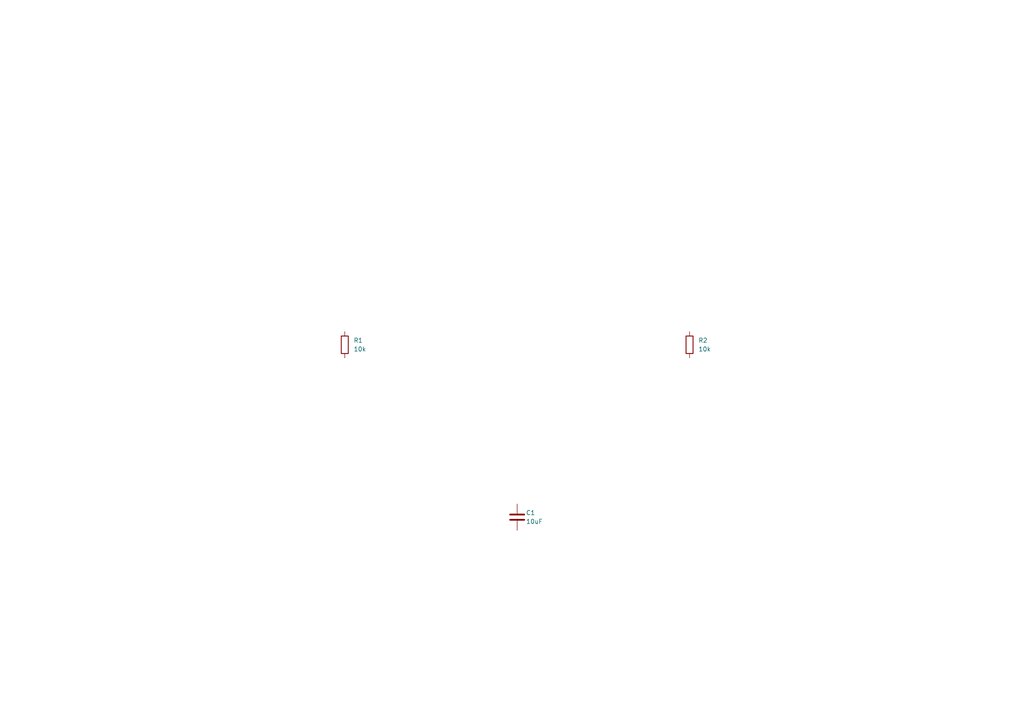
<source format=kicad_sch>
(kicad_sch (version 20250114) (generator "eeschema") (generator_version "9.0")
  (paper "A4")
  (title_block (title "blank_test"))
  (lib_symbols
    (symbol "Device:R" (pin_numbers (hide yes)) (pin_names (offset 0))
      (property "Reference" "R" (at 2.032 0 90))
      (property "Value" "R" (at 0 0 90))
      (symbol "R_0_1"
        (rectangle (start -1.016 -2.54) (end 1.016 2.54) (stroke (width 0.254)))
      )
      (symbol "R_1_1"
        (pin passive line (at 0 3.81 270) (length 1.27) (name "~") (number "1"))
        (pin passive line (at 0 -3.81 90) (length 1.27) (name "~") (number "2"))
      )
    )
    (symbol "Device:C" (pin_numbers (hide yes)) (pin_names (offset 0.254))
      (property "Reference" "C" (at 0.635 2.54 0))
      (property "Value" "C" (at 0.635 -2.54 0))
      (symbol "C_0_1"
        (polyline (pts (xy -2.032 0.762) (xy 2.032 0.762)) (stroke (width 0.508)))
        (polyline (pts (xy -2.032 -0.762) (xy 2.032 -0.762)) (stroke (width 0.508)))
      )
      (symbol "C_1_1"
        (pin passive line (at 0 3.81 270) (length 2.794) (name "~") (number "1"))
        (pin passive line (at 0 -3.81 90) (length 2.794) (name "~") (number "2"))
      )
    )
  )
  (symbol (lib_id "Device:R") (at 100 100 0) (unit 1)
    (property "Reference" "R1" (at 102.54 98.73 0) (effects (justify left)))
    (property "Value" "10k" (at 102.54 101.27 0) (effects (justify left)))
    (property "properties" "Footprint=Resistor_SMD:R_0603_1608Metric" (effects (hide yes)))
  )
  (symbol (lib_id "Device:R") (at 200 100 0) (unit 1)
    (property "Reference" "R2" (at 202.54 98.73 0) (effects (justify left)))
    (property "Value" "10k" (at 202.54 101.27 0) (effects (justify left)))
    (property "properties" "Footprint=Resistor_SMD:R_0603_1608Metric" (effects (hide yes)))
  )
  (symbol (lib_id "Device:C") (at 150 150 0) (unit 1)
    (property "Reference" "C1" (at 152.54 148.73 0) (effects (justify left)))
    (property "Value" "10uF" (at 152.54 151.27 0) (effects (justify left)))
    (property "properties" "Footprint=Capacitor_SMD:C_0402_1005Metric" (effects (hide yes)))
  )
)
</source>
